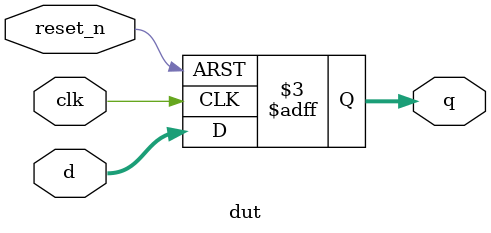
<source format=sv>
/***********************************************************************
 * DUT for "USB" UVM example
 * The DUT is an 8 bit FF
 ***********************************************************************
 * Copyright 2016-2023 Siemens
 * All Rights Reserved Worldwide
 *
 * Licensed under the Apache License, Version 2.0 (the "License");
 * you may not use this file except in compliance with the License.
 * You may obtain a copy of the License at
 *       http://www.apache.org/licenses/LICENSE-2.0
 *
 * Unless required by applicable law or agreed to in writing, software
 * distributed under the License is distributed on an "AS IS" BASIS,
 * WITHOUT WARRANTIES OR CONDITIONS OF ANY KIND, either express or
 * implied.  See the License for the specific language governing
 * permissions and limitations under the License.
 **********************************************************************/

module dut(input logic        clk,
	   input logic 	      reset_n,
	   input logic  [7:0] d,
	   output logic [7:0] q);

  //   initial $monitor("@%t DUT: clk=%b, rst=%b, d=%d., q=%d.", $time, clk, reset_n, d, q);

  always_ff @(posedge clk or negedge reset_n) begin
    if (reset_n === 1'b0)
      q <= 0;
    else begin
      q <= d;
    end
  end

endmodule

</source>
